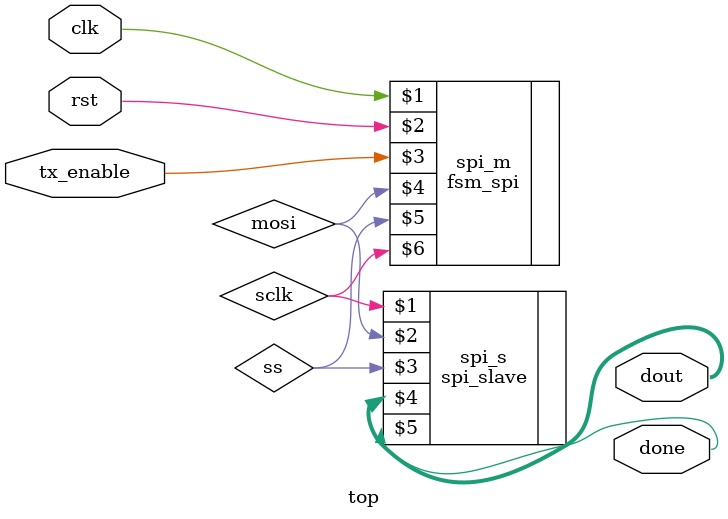
<source format=v>
module top
(
input clk, rst, tx_enable,
output [7:0] dout,
output done
);
 
wire mosi, ss, sclk;
 
fsm_spi    spi_m (clk, rst, tx_enable, mosi, ss, sclk);
spi_slave  spi_s (sclk, mosi,ss, dout, done);
 
endmodule

</source>
